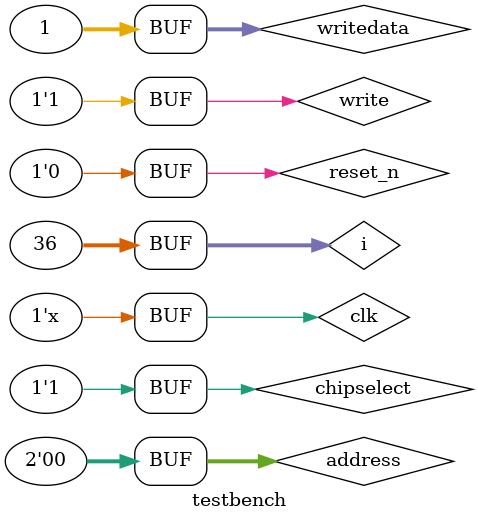
<source format=v>
`timescale 1ns / 1ps

module testbench ();

	reg [1:0] address;
	reg chipselect;
	reg clk;
	reg reset_n;
	reg write;
	reg [31:0] writedata;
	wire [6:0] segs;
	
	integer i = 0;

SevenSegDecoder T1 (clk, reset_n, address, write, writedata, chipselect, segs);

	always
		#10 clk <= ~clk;

	initial 
		begin
			clk <= 1'b0;
			writedata <= 32'h00000010;
			address <= 2'b0;
			chipselect <= 1'b0;
			reset_n <= 1'b0;
			write <= 1'b0;
			#15 reset_n <= 1'b1;
			writedata <= 32'h00000001;
			#10 chipselect <= 1'b1;
			#10 write <= 1'b1;
			#10 writedata = 32'b0;
			
			for(i = 0; i < 36; i = i + 1)
			begin
				#20 writedata <= writedata + 1;
			end
			
			#20 reset_n <= 1'b0;
			
		end
	
endmodule 
</source>
